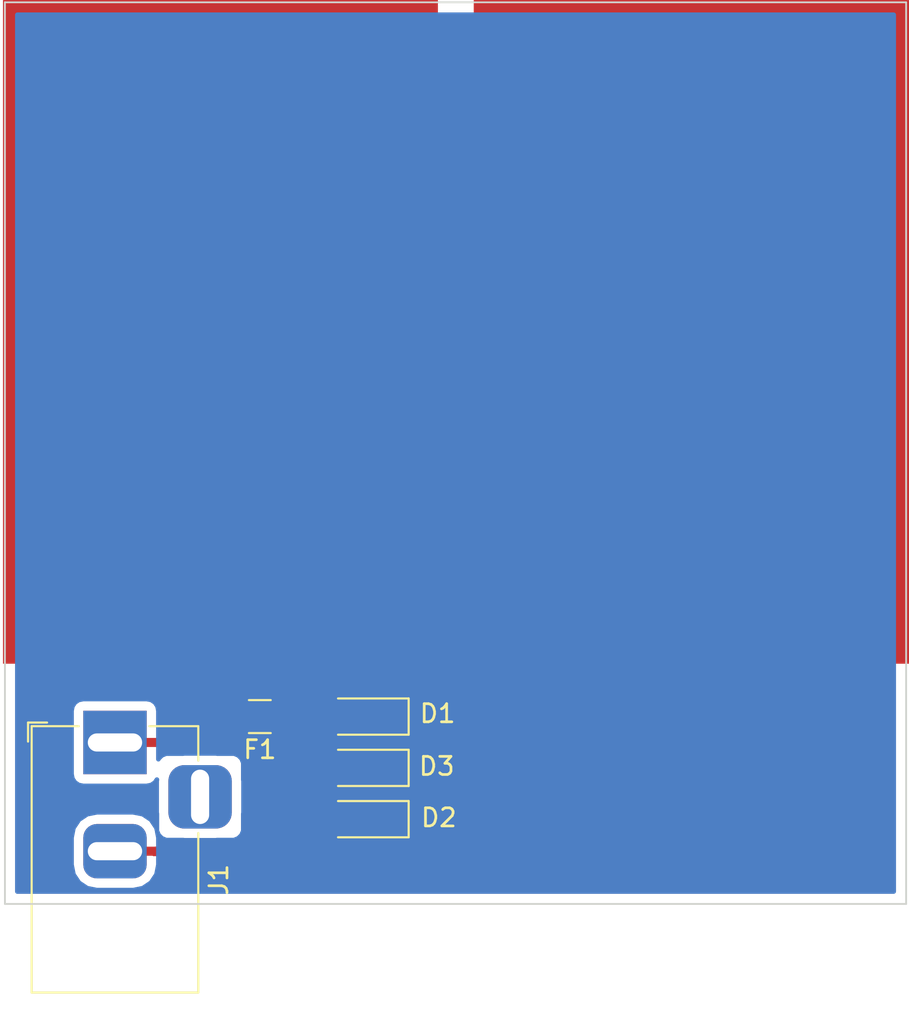
<source format=kicad_pcb>
(kicad_pcb (version 20171130) (host pcbnew 5.0.0-fee4fd1~66~ubuntu16.04.1)

  (general
    (thickness 1.6)
    (drawings 0)
    (tracks 21)
    (zones 0)
    (modules 6)
    (nets 5)
  )

  (page A4)
  (layers
    (0 F.Cu signal)
    (31 B.Cu signal)
    (32 B.Adhes user)
    (33 F.Adhes user)
    (34 B.Paste user)
    (35 F.Paste user)
    (36 B.SilkS user)
    (37 F.SilkS user)
    (38 B.Mask user)
    (39 F.Mask user)
    (40 Dwgs.User user)
    (41 Cmts.User user)
    (42 Eco1.User user)
    (43 Eco2.User user)
    (44 Edge.Cuts user)
    (45 Margin user)
    (46 B.CrtYd user)
    (47 F.CrtYd user)
    (48 B.Fab user)
    (49 F.Fab user)
  )

  (setup
    (last_trace_width 0.5)
    (trace_clearance 0.2)
    (zone_clearance 0.508)
    (zone_45_only no)
    (trace_min 0.2)
    (segment_width 0.2)
    (edge_width 0.15)
    (via_size 0.8)
    (via_drill 0.4)
    (via_min_size 0.4)
    (via_min_drill 0.3)
    (uvia_size 0.3)
    (uvia_drill 0.1)
    (uvias_allowed no)
    (uvia_min_size 0.2)
    (uvia_min_drill 0.1)
    (pcb_text_width 0.3)
    (pcb_text_size 1.5 1.5)
    (mod_edge_width 0.15)
    (mod_text_size 1 1)
    (mod_text_width 0.15)
    (pad_size 1.524 1.524)
    (pad_drill 0.762)
    (pad_to_mask_clearance 0.2)
    (aux_axis_origin 0 0)
    (visible_elements FFFFFF7F)
    (pcbplotparams
      (layerselection 0x010fc_ffffffff)
      (usegerberextensions false)
      (usegerberattributes false)
      (usegerberadvancedattributes false)
      (creategerberjobfile false)
      (excludeedgelayer true)
      (linewidth 0.150000)
      (plotframeref false)
      (viasonmask false)
      (mode 1)
      (useauxorigin false)
      (hpglpennumber 1)
      (hpglpenspeed 20)
      (hpglpendiameter 15.000000)
      (psnegative false)
      (psa4output false)
      (plotreference true)
      (plotvalue true)
      (plotinvisibletext false)
      (padsonsilk false)
      (subtractmaskfromsilk false)
      (outputformat 1)
      (mirror false)
      (drillshape 0)
      (scaleselection 1)
      (outputdirectory "gerbers"))
  )

  (net 0 "")
  (net 1 +)
  (net 2 -)
  (net 3 "Net-(D1-Pad2)")
  (net 4 "Net-(F1-Pad2)")

  (net_class Default "This is the default net class."
    (clearance 0.2)
    (trace_width 0.5)
    (via_dia 0.8)
    (via_drill 0.4)
    (uvia_dia 0.3)
    (uvia_drill 0.1)
    (add_net +)
    (add_net -)
    (add_net "Net-(D1-Pad2)")
    (add_net "Net-(F1-Pad2)")
  )

  (module KiCad/kicad-footprints/Connector_BarrelJack.pretty:BarrelJack_Horizontal (layer F.Cu) (tedit 5A1DBF6A) (tstamp 5BD77FDC)
    (at 145.152 113.951 90)
    (descr "DC Barrel Jack")
    (tags "Power Jack")
    (path /5BB71AB0)
    (fp_text reference J1 (at -7.573 5.729 90) (layer F.SilkS)
      (effects (font (size 1 1) (thickness 0.15)))
    )
    (fp_text value Barrel_Jack_MountingPin (at -6.2 -5.5 90) (layer F.Fab)
      (effects (font (size 1 1) (thickness 0.15)))
    )
    (fp_line (start 0 -4.5) (end -13.7 -4.5) (layer F.Fab) (width 0.1))
    (fp_line (start 0.8 4.5) (end 0.8 -3.75) (layer F.Fab) (width 0.1))
    (fp_line (start -13.7 4.5) (end 0.8 4.5) (layer F.Fab) (width 0.1))
    (fp_line (start -13.7 -4.5) (end -13.7 4.5) (layer F.Fab) (width 0.1))
    (fp_line (start -10.2 -4.5) (end -10.2 4.5) (layer F.Fab) (width 0.1))
    (fp_line (start 0.9 -4.6) (end 0.9 -2) (layer F.SilkS) (width 0.12))
    (fp_line (start -13.8 -4.6) (end 0.9 -4.6) (layer F.SilkS) (width 0.12))
    (fp_line (start 0.9 4.6) (end -1 4.6) (layer F.SilkS) (width 0.12))
    (fp_line (start 0.9 1.9) (end 0.9 4.6) (layer F.SilkS) (width 0.12))
    (fp_line (start -13.8 4.6) (end -13.8 -4.6) (layer F.SilkS) (width 0.12))
    (fp_line (start -5 4.6) (end -13.8 4.6) (layer F.SilkS) (width 0.12))
    (fp_line (start -14 4.75) (end -14 -4.75) (layer F.CrtYd) (width 0.05))
    (fp_line (start -5 4.75) (end -14 4.75) (layer F.CrtYd) (width 0.05))
    (fp_line (start -5 6.75) (end -5 4.75) (layer F.CrtYd) (width 0.05))
    (fp_line (start -1 6.75) (end -5 6.75) (layer F.CrtYd) (width 0.05))
    (fp_line (start -1 4.75) (end -1 6.75) (layer F.CrtYd) (width 0.05))
    (fp_line (start 1 4.75) (end -1 4.75) (layer F.CrtYd) (width 0.05))
    (fp_line (start 1 2) (end 1 4.75) (layer F.CrtYd) (width 0.05))
    (fp_line (start 2 2) (end 1 2) (layer F.CrtYd) (width 0.05))
    (fp_line (start 2 -2) (end 2 2) (layer F.CrtYd) (width 0.05))
    (fp_line (start 1 -2) (end 2 -2) (layer F.CrtYd) (width 0.05))
    (fp_line (start 1 -4.5) (end 1 -2) (layer F.CrtYd) (width 0.05))
    (fp_line (start 1 -4.75) (end -14 -4.75) (layer F.CrtYd) (width 0.05))
    (fp_line (start 1 -4.5) (end 1 -4.75) (layer F.CrtYd) (width 0.05))
    (fp_line (start 0.05 -4.8) (end 1.1 -4.8) (layer F.SilkS) (width 0.12))
    (fp_line (start 1.1 -3.75) (end 1.1 -4.8) (layer F.SilkS) (width 0.12))
    (fp_line (start -0.003213 -4.505425) (end 0.8 -3.75) (layer F.Fab) (width 0.1))
    (fp_text user %R (at -3 -2.95 90) (layer F.Fab)
      (effects (font (size 1 1) (thickness 0.15)))
    )
    (pad 3 thru_hole roundrect (at -3 4.7 90) (size 3.5 3.5) (drill oval 3 1) (layers *.Cu *.Mask) (roundrect_rratio 0.25))
    (pad 2 thru_hole roundrect (at -6 0 90) (size 3 3.5) (drill oval 1 3) (layers *.Cu *.Mask) (roundrect_rratio 0.25)
      (net 2 -))
    (pad 1 thru_hole rect (at 0 0 90) (size 3.5 3.5) (drill oval 1 3) (layers *.Cu *.Mask)
      (net 4 "Net-(F1-Pad2)"))
    (model ${KISYS3DMOD}/Connector_BarrelJack.3dshapes/BarrelJack_Horizontal.wrl
      (at (xyz 0 0 0))
      (scale (xyz 1 1 1))
      (rotate (xyz 0 0 0))
    )
  )

  (module KiCad/kicad-footprints/Fuse.pretty:Fuse_1206_3216Metric (layer F.Cu) (tedit 5B301BBE) (tstamp 5BD88A53)
    (at 153.15 112.522 180)
    (descr "Fuse SMD 1206 (3216 Metric), square (rectangular) end terminal, IPC_7351 nominal, (Body size source: http://www.tortai-tech.com/upload/download/2011102023233369053.pdf), generated with kicad-footprint-generator")
    (tags resistor)
    (path /5BB8228B)
    (attr smd)
    (fp_text reference F1 (at 0 -1.82 180) (layer F.SilkS)
      (effects (font (size 1 1) (thickness 0.15)))
    )
    (fp_text value Polyfuse (at 0 1.82 180) (layer F.Fab)
      (effects (font (size 1 1) (thickness 0.15)))
    )
    (fp_line (start -1.6 0.8) (end -1.6 -0.8) (layer F.Fab) (width 0.1))
    (fp_line (start -1.6 -0.8) (end 1.6 -0.8) (layer F.Fab) (width 0.1))
    (fp_line (start 1.6 -0.8) (end 1.6 0.8) (layer F.Fab) (width 0.1))
    (fp_line (start 1.6 0.8) (end -1.6 0.8) (layer F.Fab) (width 0.1))
    (fp_line (start -0.602064 -0.91) (end 0.602064 -0.91) (layer F.SilkS) (width 0.12))
    (fp_line (start -0.602064 0.91) (end 0.602064 0.91) (layer F.SilkS) (width 0.12))
    (fp_line (start -2.28 1.12) (end -2.28 -1.12) (layer F.CrtYd) (width 0.05))
    (fp_line (start -2.28 -1.12) (end 2.28 -1.12) (layer F.CrtYd) (width 0.05))
    (fp_line (start 2.28 -1.12) (end 2.28 1.12) (layer F.CrtYd) (width 0.05))
    (fp_line (start 2.28 1.12) (end -2.28 1.12) (layer F.CrtYd) (width 0.05))
    (fp_text user %R (at 0 0 180) (layer F.Fab)
      (effects (font (size 0.8 0.8) (thickness 0.12)))
    )
    (pad 1 smd roundrect (at -1.4 0 180) (size 1.25 1.75) (layers F.Cu F.Paste F.Mask) (roundrect_rratio 0.2)
      (net 3 "Net-(D1-Pad2)"))
    (pad 2 smd roundrect (at 1.4 0 180) (size 1.25 1.75) (layers F.Cu F.Paste F.Mask) (roundrect_rratio 0.2)
      (net 4 "Net-(F1-Pad2)"))
    (model ${KISYS3DMOD}/Fuse.3dshapes/Fuse_1206_3216Metric.wrl
      (at (xyz 0 0 0))
      (scale (xyz 1 1 1))
      (rotate (xyz 0 0 0))
    )
  )

  (module KiCad/kicad-footprints/Diode_SMD.pretty:D_SOD-123 (layer F.Cu) (tedit 58645DC7) (tstamp 5BD7835B)
    (at 159.118 115.353 180)
    (descr SOD-123)
    (tags SOD-123)
    (path /5BB72208)
    (attr smd)
    (fp_text reference D3 (at -3.801 0.09 180) (layer F.SilkS)
      (effects (font (size 1 1) (thickness 0.15)))
    )
    (fp_text value D (at 0 2.1 180) (layer F.Fab)
      (effects (font (size 1 1) (thickness 0.15)))
    )
    (fp_line (start -2.25 -1) (end 1.65 -1) (layer F.SilkS) (width 0.12))
    (fp_line (start -2.25 1) (end 1.65 1) (layer F.SilkS) (width 0.12))
    (fp_line (start -2.35 -1.15) (end -2.35 1.15) (layer F.CrtYd) (width 0.05))
    (fp_line (start 2.35 1.15) (end -2.35 1.15) (layer F.CrtYd) (width 0.05))
    (fp_line (start 2.35 -1.15) (end 2.35 1.15) (layer F.CrtYd) (width 0.05))
    (fp_line (start -2.35 -1.15) (end 2.35 -1.15) (layer F.CrtYd) (width 0.05))
    (fp_line (start -1.4 -0.9) (end 1.4 -0.9) (layer F.Fab) (width 0.1))
    (fp_line (start 1.4 -0.9) (end 1.4 0.9) (layer F.Fab) (width 0.1))
    (fp_line (start 1.4 0.9) (end -1.4 0.9) (layer F.Fab) (width 0.1))
    (fp_line (start -1.4 0.9) (end -1.4 -0.9) (layer F.Fab) (width 0.1))
    (fp_line (start -0.75 0) (end -0.35 0) (layer F.Fab) (width 0.1))
    (fp_line (start -0.35 0) (end -0.35 -0.55) (layer F.Fab) (width 0.1))
    (fp_line (start -0.35 0) (end -0.35 0.55) (layer F.Fab) (width 0.1))
    (fp_line (start -0.35 0) (end 0.25 -0.4) (layer F.Fab) (width 0.1))
    (fp_line (start 0.25 -0.4) (end 0.25 0.4) (layer F.Fab) (width 0.1))
    (fp_line (start 0.25 0.4) (end -0.35 0) (layer F.Fab) (width 0.1))
    (fp_line (start 0.25 0) (end 0.75 0) (layer F.Fab) (width 0.1))
    (fp_line (start -2.25 -1) (end -2.25 1) (layer F.SilkS) (width 0.12))
    (fp_text user %R (at 0 -2 180) (layer F.Fab)
      (effects (font (size 1 1) (thickness 0.15)))
    )
    (pad 2 smd rect (at 1.65 0 180) (size 0.9 1.2) (layers F.Cu F.Paste F.Mask)
      (net 3 "Net-(D1-Pad2)"))
    (pad 1 smd rect (at -1.65 0 180) (size 0.9 1.2) (layers F.Cu F.Paste F.Mask)
      (net 1 +))
    (model ${KISYS3DMOD}/Diode_SMD.3dshapes/D_SOD-123.wrl
      (at (xyz 0 0 0))
      (scale (xyz 1 1 1))
      (rotate (xyz 0 0 0))
    )
  )

  (module KiCad/kicad-footprints/Diode_SMD.pretty:D_SOD-123 (layer F.Cu) (tedit 58645DC7) (tstamp 5BD887A5)
    (at 159.118 118.184 180)
    (descr SOD-123)
    (tags SOD-123)
    (path /5BB721D0)
    (attr smd)
    (fp_text reference D2 (at -3.917 0.083 180) (layer F.SilkS)
      (effects (font (size 1 1) (thickness 0.15)))
    )
    (fp_text value D (at 0 2.1 180) (layer F.Fab)
      (effects (font (size 1 1) (thickness 0.15)))
    )
    (fp_line (start -2.25 -1) (end 1.65 -1) (layer F.SilkS) (width 0.12))
    (fp_line (start -2.25 1) (end 1.65 1) (layer F.SilkS) (width 0.12))
    (fp_line (start -2.35 -1.15) (end -2.35 1.15) (layer F.CrtYd) (width 0.05))
    (fp_line (start 2.35 1.15) (end -2.35 1.15) (layer F.CrtYd) (width 0.05))
    (fp_line (start 2.35 -1.15) (end 2.35 1.15) (layer F.CrtYd) (width 0.05))
    (fp_line (start -2.35 -1.15) (end 2.35 -1.15) (layer F.CrtYd) (width 0.05))
    (fp_line (start -1.4 -0.9) (end 1.4 -0.9) (layer F.Fab) (width 0.1))
    (fp_line (start 1.4 -0.9) (end 1.4 0.9) (layer F.Fab) (width 0.1))
    (fp_line (start 1.4 0.9) (end -1.4 0.9) (layer F.Fab) (width 0.1))
    (fp_line (start -1.4 0.9) (end -1.4 -0.9) (layer F.Fab) (width 0.1))
    (fp_line (start -0.75 0) (end -0.35 0) (layer F.Fab) (width 0.1))
    (fp_line (start -0.35 0) (end -0.35 -0.55) (layer F.Fab) (width 0.1))
    (fp_line (start -0.35 0) (end -0.35 0.55) (layer F.Fab) (width 0.1))
    (fp_line (start -0.35 0) (end 0.25 -0.4) (layer F.Fab) (width 0.1))
    (fp_line (start 0.25 -0.4) (end 0.25 0.4) (layer F.Fab) (width 0.1))
    (fp_line (start 0.25 0.4) (end -0.35 0) (layer F.Fab) (width 0.1))
    (fp_line (start 0.25 0) (end 0.75 0) (layer F.Fab) (width 0.1))
    (fp_line (start -2.25 -1) (end -2.25 1) (layer F.SilkS) (width 0.12))
    (fp_text user %R (at 0 -2 180) (layer F.Fab)
      (effects (font (size 1 1) (thickness 0.15)))
    )
    (pad 2 smd rect (at 1.65 0 180) (size 0.9 1.2) (layers F.Cu F.Paste F.Mask)
      (net 3 "Net-(D1-Pad2)"))
    (pad 1 smd rect (at -1.65 0 180) (size 0.9 1.2) (layers F.Cu F.Paste F.Mask)
      (net 1 +))
    (model ${KISYS3DMOD}/Diode_SMD.3dshapes/D_SOD-123.wrl
      (at (xyz 0 0 0))
      (scale (xyz 1 1 1))
      (rotate (xyz 0 0 0))
    )
  )

  (module drawings:base_outline (layer F.Cu) (tedit 5BB81AC7) (tstamp 5BD77FC3)
    (at 175.254 80.007)
    (path /5BB72019)
    (fp_text reference J2 (at 0 0) (layer F.SilkS) hide
      (effects (font (size 1.27 1.27) (thickness 0.15)))
    )
    (fp_text value Conn_01x01_Female (at 0 0) (layer F.SilkS) hide
      (effects (font (size 1.27 1.27) (thickness 0.15)))
    )
    (fp_line (start -36.177581 -6.90364) (end -36.177581 -6.90364) (layer Edge.Cuts) (width 0.1))
    (fp_line (start -36.177581 42.85551) (end -36.177581 -6.90364) (layer Edge.Cuts) (width 0.1))
    (fp_line (start 13.58157 42.85551) (end -36.177581 42.85551) (layer Edge.Cuts) (width 0.1))
    (fp_line (start 13.58157 -6.90364) (end 13.58157 42.85551) (layer Edge.Cuts) (width 0.1))
    (fp_line (start -36.177581 -6.90364) (end 13.58157 -6.90364) (layer Edge.Cuts) (width 0.1))
    (fp_poly (pts (xy 1.27 17.78) (xy -23.833667 17.78) (xy -23.833667 4.783666) (xy 1.27 4.783666)
      (xy 1.27 17.78)) (layer F.Mask) (width 0.01))
    (fp_poly (pts (xy 13.758333 29.591) (xy -10.287 29.591) (xy -10.287 17.78) (xy 1.27 17.78)
      (xy 1.27 11.938) (xy 0.973666 11.938) (xy 0.973666 17.483666) (xy -10.287 17.483666)
      (xy -10.287 5.08) (xy 0.973666 5.08) (xy 0.973666 10.625666) (xy 1.27 10.625666)
      (xy 1.27 4.783666) (xy -10.287 4.783666) (xy -10.287 -7.027334) (xy 13.758333 -7.027334)
      (xy 13.758333 29.591)) (layer F.Cu) (width 0.01))
    (fp_poly (pts (xy -12.276667 4.783364) (xy -18.044584 4.794098) (xy -23.8125 4.804833) (xy -23.823376 7.71525)
      (xy -23.834251 10.625666) (xy -23.537334 10.625666) (xy -23.537334 5.08) (xy -12.276667 5.08)
      (xy -12.276667 17.483666) (xy -23.537334 17.483666) (xy -23.537334 11.938) (xy -23.834251 11.938)
      (xy -23.823376 14.848416) (xy -23.8125 17.758833) (xy -18.044584 17.769567) (xy -12.276667 17.780302)
      (xy -12.276667 29.591) (xy -36.279667 29.591) (xy -36.279667 -7.027334) (xy -12.276667 -7.027334)
      (xy -12.276667 4.783364)) (layer F.Cu) (width 0.01))
  )

  (module KiCad/kicad-footprints/Diode_SMD.pretty:D_SOD-123 (layer F.Cu) (tedit 58645DC7) (tstamp 5BD77A44)
    (at 159.118 112.522 180)
    (descr SOD-123)
    (tags SOD-123)
    (path /5BB71E79)
    (attr smd)
    (fp_text reference D1 (at -3.847 0.167 180) (layer F.SilkS)
      (effects (font (size 1 1) (thickness 0.15)))
    )
    (fp_text value D (at 0 2.1 180) (layer F.Fab)
      (effects (font (size 1 1) (thickness 0.15)))
    )
    (fp_line (start -2.25 -1) (end 1.65 -1) (layer F.SilkS) (width 0.12))
    (fp_line (start -2.25 1) (end 1.65 1) (layer F.SilkS) (width 0.12))
    (fp_line (start -2.35 -1.15) (end -2.35 1.15) (layer F.CrtYd) (width 0.05))
    (fp_line (start 2.35 1.15) (end -2.35 1.15) (layer F.CrtYd) (width 0.05))
    (fp_line (start 2.35 -1.15) (end 2.35 1.15) (layer F.CrtYd) (width 0.05))
    (fp_line (start -2.35 -1.15) (end 2.35 -1.15) (layer F.CrtYd) (width 0.05))
    (fp_line (start -1.4 -0.9) (end 1.4 -0.9) (layer F.Fab) (width 0.1))
    (fp_line (start 1.4 -0.9) (end 1.4 0.9) (layer F.Fab) (width 0.1))
    (fp_line (start 1.4 0.9) (end -1.4 0.9) (layer F.Fab) (width 0.1))
    (fp_line (start -1.4 0.9) (end -1.4 -0.9) (layer F.Fab) (width 0.1))
    (fp_line (start -0.75 0) (end -0.35 0) (layer F.Fab) (width 0.1))
    (fp_line (start -0.35 0) (end -0.35 -0.55) (layer F.Fab) (width 0.1))
    (fp_line (start -0.35 0) (end -0.35 0.55) (layer F.Fab) (width 0.1))
    (fp_line (start -0.35 0) (end 0.25 -0.4) (layer F.Fab) (width 0.1))
    (fp_line (start 0.25 -0.4) (end 0.25 0.4) (layer F.Fab) (width 0.1))
    (fp_line (start 0.25 0.4) (end -0.35 0) (layer F.Fab) (width 0.1))
    (fp_line (start 0.25 0) (end 0.75 0) (layer F.Fab) (width 0.1))
    (fp_line (start -2.25 -1) (end -2.25 1) (layer F.SilkS) (width 0.12))
    (fp_text user %R (at 0 -2 180) (layer F.Fab)
      (effects (font (size 1 1) (thickness 0.15)))
    )
    (pad 2 smd rect (at 1.65 0 180) (size 0.9 1.2) (layers F.Cu F.Paste F.Mask)
      (net 3 "Net-(D1-Pad2)"))
    (pad 1 smd rect (at -1.65 0 180) (size 0.9 1.2) (layers F.Cu F.Paste F.Mask)
      (net 1 +))
    (model ${KISYS3DMOD}/Diode_SMD.3dshapes/D_SOD-123.wrl
      (at (xyz 0 0 0))
      (scale (xyz 1 1 1))
      (rotate (xyz 0 0 0))
    )
  )

  (segment (start 148.848 106.728) (end 148.848 105.778) (width 0.5) (layer F.Cu) (net 1))
  (segment (start 148.846 105.776) (end 148.846 104.129) (width 0.5) (layer F.Cu) (net 1))
  (segment (start 148.848 105.778) (end 148.846 105.776) (width 0.5) (layer F.Cu) (net 1))
  (segment (start 157.482999 108.681999) (end 157.325 108.524) (width 0.5) (layer F.Cu) (net 1))
  (segment (start 160.768 117.084) (end 160.757 117.073) (width 0.5) (layer F.Cu) (net 1))
  (segment (start 160.768 118.184) (end 160.768 117.084) (width 0.5) (layer F.Cu) (net 1))
  (segment (start 160.757 117.073) (end 160.757 107.915) (width 0.5) (layer F.Cu) (net 1))
  (segment (start 147.152 119.951) (end 147.306 120.105) (width 0.25) (layer F.Cu) (net 2))
  (segment (start 145.152 119.951) (end 147.152 119.951) (width 0.25) (layer F.Cu) (net 2))
  (segment (start 147.402 119.951) (end 147.428 119.977) (width 0.5) (layer F.Cu) (net 2))
  (segment (start 145.152 119.951) (end 147.402 119.951) (width 0.5) (layer F.Cu) (net 2))
  (segment (start 147.428 119.977) (end 166.658 119.977) (width 0.5) (layer F.Cu) (net 2))
  (segment (start 166.658 119.977) (end 178.291 108.344) (width 0.5) (layer F.Cu) (net 2))
  (segment (start 178.291 108.344) (end 178.291 102.065) (width 0.5) (layer F.Cu) (net 2))
  (segment (start 154.55 112.522) (end 157.385 112.522) (width 0.5) (layer F.Cu) (net 3))
  (segment (start 157.468 112.522) (end 157.468 118.188) (width 0.5) (layer F.Cu) (net 3))
  (segment (start 157.468 118.188) (end 157.443 118.213) (width 0.5) (layer F.Cu) (net 3))
  (segment (start 145.152 113.951) (end 147.152 113.951) (width 0.25) (layer F.Cu) (net 4))
  (segment (start 145.152 113.951) (end 148.476 113.951) (width 0.5) (layer F.Cu) (net 4))
  (segment (start 148.476 113.951) (end 149.944 112.483) (width 0.5) (layer F.Cu) (net 4))
  (segment (start 149.944 112.483) (end 151.576 112.483) (width 0.5) (layer F.Cu) (net 4))

  (zone (net 0) (net_name "") (layer B.Cu) (tstamp 5BD77D90) (hatch edge 0.508)
    (connect_pads (clearance 0.508))
    (min_thickness 0.254)
    (fill yes (arc_segments 16) (thermal_gap 0.508) (thermal_bridge_width 0.508))
    (polygon
      (pts
        (xy 139.054 73.084) (xy 139.073 122.808) (xy 188.816 122.81) (xy 188.814 73.073) (xy 188.816 73.071)
      )
    )
    (filled_polygon
      (pts
        (xy 188.150571 122.17751) (xy 139.761419 122.17751) (xy 139.761419 112.201) (xy 142.75456 112.201) (xy 142.75456 115.701)
        (xy 142.803843 115.948765) (xy 142.944191 116.158809) (xy 143.154235 116.299157) (xy 143.402 116.34844) (xy 146.902 116.34844)
        (xy 147.149765 116.299157) (xy 147.359809 116.158809) (xy 147.467 115.998388) (xy 147.467 116.01346) (xy 147.45456 116.076)
        (xy 147.45456 117.826) (xy 147.467 117.88854) (xy 147.467 118.786547) (xy 147.443066 118.666223) (xy 147.140139 118.212861)
        (xy 146.686777 117.909934) (xy 146.152 117.80356) (xy 144.152 117.80356) (xy 143.617223 117.909934) (xy 143.163861 118.212861)
        (xy 142.860934 118.666223) (xy 142.75456 119.201) (xy 142.75456 120.701) (xy 142.860934 121.235777) (xy 143.163861 121.689139)
        (xy 143.617223 121.992066) (xy 144.152 122.09844) (xy 146.152 122.09844) (xy 146.686777 121.992066) (xy 147.140139 121.689139)
        (xy 147.443066 121.235777) (xy 147.54944 120.701) (xy 147.54944 119.201) (xy 147.482599 118.864968) (xy 147.563673 119.060698)
        (xy 147.742301 119.239327) (xy 147.97569 119.336) (xy 148.91446 119.336) (xy 148.977 119.34844) (xy 150.727 119.34844)
        (xy 150.78954 119.336) (xy 151.72831 119.336) (xy 151.961699 119.239327) (xy 152.140327 119.060698) (xy 152.237 118.827309)
        (xy 152.237 117.88854) (xy 152.24944 117.826) (xy 152.24944 116.076) (xy 152.237 116.01346) (xy 152.237 115.074691)
        (xy 152.140327 114.841302) (xy 151.961699 114.662673) (xy 151.72831 114.566) (xy 150.78954 114.566) (xy 150.727 114.55356)
        (xy 148.977 114.55356) (xy 148.91446 114.566) (xy 147.97569 114.566) (xy 147.742301 114.662673) (xy 147.563673 114.841302)
        (xy 147.54944 114.875663) (xy 147.54944 112.201) (xy 147.500157 111.953235) (xy 147.359809 111.743191) (xy 147.149765 111.602843)
        (xy 146.902 111.55356) (xy 143.402 111.55356) (xy 143.154235 111.602843) (xy 142.944191 111.743191) (xy 142.803843 111.953235)
        (xy 142.75456 112.201) (xy 139.761419 112.201) (xy 139.761419 73.78836) (xy 188.15057 73.78836)
      )
    )
  )
)

</source>
